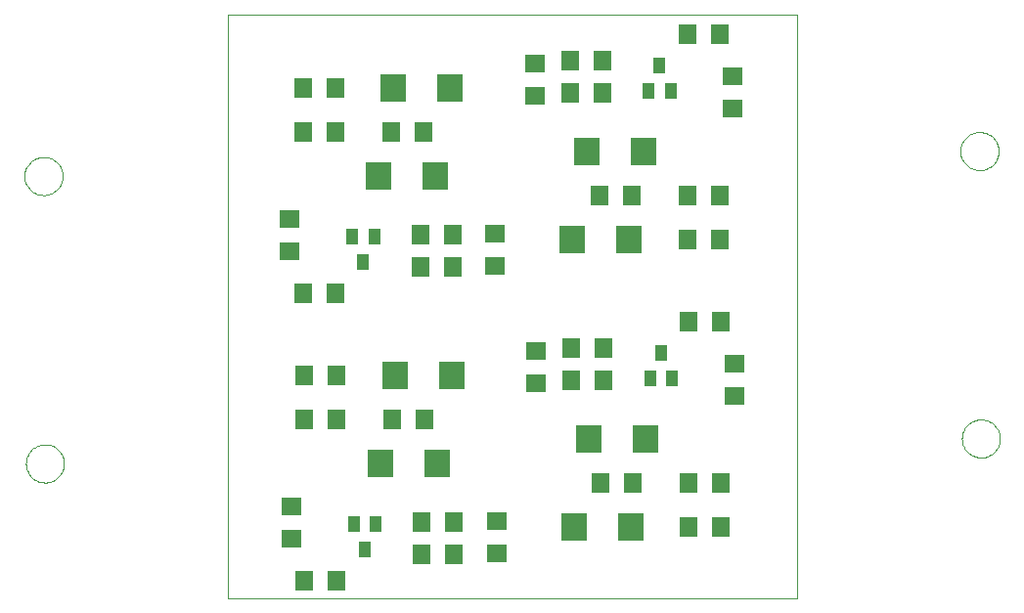
<source format=gtp>
G75*
G70*
%OFA0B0*%
%FSLAX24Y24*%
%IPPOS*%
%LPD*%
%AMOC8*
5,1,8,0,0,1.08239X$1,22.5*
%
%ADD10C,0.0000*%
%ADD11R,0.0709X0.0630*%
%ADD12R,0.0630X0.0709*%
%ADD13R,0.0394X0.0551*%
%ADD14R,0.0866X0.0945*%
D10*
X007790Y001718D02*
X027190Y001718D01*
X027190Y021618D01*
X007790Y021618D01*
X007790Y001718D01*
X000890Y006318D02*
X000892Y006368D01*
X000898Y006418D01*
X000908Y006468D01*
X000921Y006516D01*
X000938Y006564D01*
X000959Y006610D01*
X000983Y006654D01*
X001011Y006696D01*
X001042Y006736D01*
X001076Y006773D01*
X001113Y006808D01*
X001152Y006839D01*
X001193Y006868D01*
X001237Y006893D01*
X001283Y006915D01*
X001330Y006933D01*
X001378Y006947D01*
X001427Y006958D01*
X001477Y006965D01*
X001527Y006968D01*
X001578Y006967D01*
X001628Y006962D01*
X001678Y006953D01*
X001726Y006941D01*
X001774Y006924D01*
X001820Y006904D01*
X001865Y006881D01*
X001908Y006854D01*
X001948Y006824D01*
X001986Y006791D01*
X002021Y006755D01*
X002054Y006716D01*
X002083Y006675D01*
X002109Y006632D01*
X002132Y006587D01*
X002151Y006540D01*
X002166Y006492D01*
X002178Y006443D01*
X002186Y006393D01*
X002190Y006343D01*
X002190Y006293D01*
X002186Y006243D01*
X002178Y006193D01*
X002166Y006144D01*
X002151Y006096D01*
X002132Y006049D01*
X002109Y006004D01*
X002083Y005961D01*
X002054Y005920D01*
X002021Y005881D01*
X001986Y005845D01*
X001948Y005812D01*
X001908Y005782D01*
X001865Y005755D01*
X001820Y005732D01*
X001774Y005712D01*
X001726Y005695D01*
X001678Y005683D01*
X001628Y005674D01*
X001578Y005669D01*
X001527Y005668D01*
X001477Y005671D01*
X001427Y005678D01*
X001378Y005689D01*
X001330Y005703D01*
X001283Y005721D01*
X001237Y005743D01*
X001193Y005768D01*
X001152Y005797D01*
X001113Y005828D01*
X001076Y005863D01*
X001042Y005900D01*
X001011Y005940D01*
X000983Y005982D01*
X000959Y006026D01*
X000938Y006072D01*
X000921Y006120D01*
X000908Y006168D01*
X000898Y006218D01*
X000892Y006268D01*
X000890Y006318D01*
X000840Y016118D02*
X000842Y016168D01*
X000848Y016218D01*
X000858Y016268D01*
X000871Y016316D01*
X000888Y016364D01*
X000909Y016410D01*
X000933Y016454D01*
X000961Y016496D01*
X000992Y016536D01*
X001026Y016573D01*
X001063Y016608D01*
X001102Y016639D01*
X001143Y016668D01*
X001187Y016693D01*
X001233Y016715D01*
X001280Y016733D01*
X001328Y016747D01*
X001377Y016758D01*
X001427Y016765D01*
X001477Y016768D01*
X001528Y016767D01*
X001578Y016762D01*
X001628Y016753D01*
X001676Y016741D01*
X001724Y016724D01*
X001770Y016704D01*
X001815Y016681D01*
X001858Y016654D01*
X001898Y016624D01*
X001936Y016591D01*
X001971Y016555D01*
X002004Y016516D01*
X002033Y016475D01*
X002059Y016432D01*
X002082Y016387D01*
X002101Y016340D01*
X002116Y016292D01*
X002128Y016243D01*
X002136Y016193D01*
X002140Y016143D01*
X002140Y016093D01*
X002136Y016043D01*
X002128Y015993D01*
X002116Y015944D01*
X002101Y015896D01*
X002082Y015849D01*
X002059Y015804D01*
X002033Y015761D01*
X002004Y015720D01*
X001971Y015681D01*
X001936Y015645D01*
X001898Y015612D01*
X001858Y015582D01*
X001815Y015555D01*
X001770Y015532D01*
X001724Y015512D01*
X001676Y015495D01*
X001628Y015483D01*
X001578Y015474D01*
X001528Y015469D01*
X001477Y015468D01*
X001427Y015471D01*
X001377Y015478D01*
X001328Y015489D01*
X001280Y015503D01*
X001233Y015521D01*
X001187Y015543D01*
X001143Y015568D01*
X001102Y015597D01*
X001063Y015628D01*
X001026Y015663D01*
X000992Y015700D01*
X000961Y015740D01*
X000933Y015782D01*
X000909Y015826D01*
X000888Y015872D01*
X000871Y015920D01*
X000858Y015968D01*
X000848Y016018D01*
X000842Y016068D01*
X000840Y016118D01*
X032740Y016968D02*
X032742Y017018D01*
X032748Y017068D01*
X032758Y017118D01*
X032771Y017166D01*
X032788Y017214D01*
X032809Y017260D01*
X032833Y017304D01*
X032861Y017346D01*
X032892Y017386D01*
X032926Y017423D01*
X032963Y017458D01*
X033002Y017489D01*
X033043Y017518D01*
X033087Y017543D01*
X033133Y017565D01*
X033180Y017583D01*
X033228Y017597D01*
X033277Y017608D01*
X033327Y017615D01*
X033377Y017618D01*
X033428Y017617D01*
X033478Y017612D01*
X033528Y017603D01*
X033576Y017591D01*
X033624Y017574D01*
X033670Y017554D01*
X033715Y017531D01*
X033758Y017504D01*
X033798Y017474D01*
X033836Y017441D01*
X033871Y017405D01*
X033904Y017366D01*
X033933Y017325D01*
X033959Y017282D01*
X033982Y017237D01*
X034001Y017190D01*
X034016Y017142D01*
X034028Y017093D01*
X034036Y017043D01*
X034040Y016993D01*
X034040Y016943D01*
X034036Y016893D01*
X034028Y016843D01*
X034016Y016794D01*
X034001Y016746D01*
X033982Y016699D01*
X033959Y016654D01*
X033933Y016611D01*
X033904Y016570D01*
X033871Y016531D01*
X033836Y016495D01*
X033798Y016462D01*
X033758Y016432D01*
X033715Y016405D01*
X033670Y016382D01*
X033624Y016362D01*
X033576Y016345D01*
X033528Y016333D01*
X033478Y016324D01*
X033428Y016319D01*
X033377Y016318D01*
X033327Y016321D01*
X033277Y016328D01*
X033228Y016339D01*
X033180Y016353D01*
X033133Y016371D01*
X033087Y016393D01*
X033043Y016418D01*
X033002Y016447D01*
X032963Y016478D01*
X032926Y016513D01*
X032892Y016550D01*
X032861Y016590D01*
X032833Y016632D01*
X032809Y016676D01*
X032788Y016722D01*
X032771Y016770D01*
X032758Y016818D01*
X032748Y016868D01*
X032742Y016918D01*
X032740Y016968D01*
X032790Y007168D02*
X032792Y007218D01*
X032798Y007268D01*
X032808Y007318D01*
X032821Y007366D01*
X032838Y007414D01*
X032859Y007460D01*
X032883Y007504D01*
X032911Y007546D01*
X032942Y007586D01*
X032976Y007623D01*
X033013Y007658D01*
X033052Y007689D01*
X033093Y007718D01*
X033137Y007743D01*
X033183Y007765D01*
X033230Y007783D01*
X033278Y007797D01*
X033327Y007808D01*
X033377Y007815D01*
X033427Y007818D01*
X033478Y007817D01*
X033528Y007812D01*
X033578Y007803D01*
X033626Y007791D01*
X033674Y007774D01*
X033720Y007754D01*
X033765Y007731D01*
X033808Y007704D01*
X033848Y007674D01*
X033886Y007641D01*
X033921Y007605D01*
X033954Y007566D01*
X033983Y007525D01*
X034009Y007482D01*
X034032Y007437D01*
X034051Y007390D01*
X034066Y007342D01*
X034078Y007293D01*
X034086Y007243D01*
X034090Y007193D01*
X034090Y007143D01*
X034086Y007093D01*
X034078Y007043D01*
X034066Y006994D01*
X034051Y006946D01*
X034032Y006899D01*
X034009Y006854D01*
X033983Y006811D01*
X033954Y006770D01*
X033921Y006731D01*
X033886Y006695D01*
X033848Y006662D01*
X033808Y006632D01*
X033765Y006605D01*
X033720Y006582D01*
X033674Y006562D01*
X033626Y006545D01*
X033578Y006533D01*
X033528Y006524D01*
X033478Y006519D01*
X033427Y006518D01*
X033377Y006521D01*
X033327Y006528D01*
X033278Y006539D01*
X033230Y006553D01*
X033183Y006571D01*
X033137Y006593D01*
X033093Y006618D01*
X033052Y006647D01*
X033013Y006678D01*
X032976Y006713D01*
X032942Y006750D01*
X032911Y006790D01*
X032883Y006832D01*
X032859Y006876D01*
X032838Y006922D01*
X032821Y006970D01*
X032808Y007018D01*
X032798Y007068D01*
X032792Y007118D01*
X032790Y007168D01*
D11*
X025040Y008617D03*
X025040Y009719D03*
X018290Y010169D03*
X018290Y009067D03*
X016890Y013067D03*
X016890Y014169D03*
X009890Y014669D03*
X009890Y013567D03*
X018240Y018867D03*
X018240Y019969D03*
X024990Y019519D03*
X024990Y018417D03*
X009940Y004869D03*
X009940Y003767D03*
X016940Y003267D03*
X016940Y004369D03*
D12*
X015491Y004318D03*
X014389Y004318D03*
X014389Y003218D03*
X015491Y003218D03*
X011491Y002318D03*
X010389Y002318D03*
X010389Y007818D03*
X011491Y007818D03*
X013389Y007818D03*
X014491Y007818D03*
X011491Y009318D03*
X010389Y009318D03*
X010339Y012118D03*
X011441Y012118D03*
X014339Y013018D03*
X015441Y013018D03*
X015441Y014118D03*
X014339Y014118D03*
X014441Y017618D03*
X013339Y017618D03*
X011441Y017618D03*
X010339Y017618D03*
X010339Y019118D03*
X011441Y019118D03*
X019439Y018968D03*
X020541Y018968D03*
X020541Y020068D03*
X019439Y020068D03*
X023439Y020968D03*
X024541Y020968D03*
X024541Y015468D03*
X023439Y015468D03*
X021541Y015468D03*
X020439Y015468D03*
X023439Y013968D03*
X024541Y013968D03*
X024591Y011168D03*
X023489Y011168D03*
X020591Y010268D03*
X019489Y010268D03*
X019489Y009168D03*
X020591Y009168D03*
X020489Y005668D03*
X021591Y005668D03*
X023489Y005668D03*
X024591Y005668D03*
X024591Y004168D03*
X023489Y004168D03*
D13*
X022914Y009235D03*
X022166Y009235D03*
X022540Y010101D03*
X012764Y014051D03*
X012016Y014051D03*
X012390Y013185D03*
X022116Y019035D03*
X022864Y019035D03*
X022490Y019901D03*
X012814Y004251D03*
X012066Y004251D03*
X012440Y003385D03*
D14*
X012974Y006318D03*
X014906Y006318D03*
X015406Y009318D03*
X013474Y009318D03*
X020074Y007168D03*
X022006Y007168D03*
X021506Y004168D03*
X019574Y004168D03*
X019524Y013968D03*
X021456Y013968D03*
X021956Y016968D03*
X020024Y016968D03*
X015356Y019118D03*
X013424Y019118D03*
X012924Y016118D03*
X014856Y016118D03*
M02*

</source>
